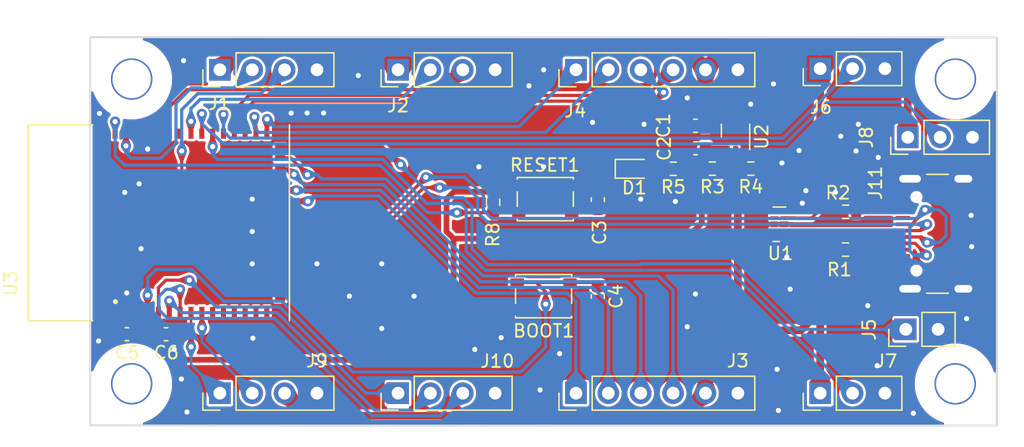
<source format=kicad_pcb>
(kicad_pcb (version 20221018) (generator pcbnew)
  (layers (0 "F.Cu" signal) (31 "B.Cu" signal) (34 "B.Paste" user) (35 "F.Paste" user) (36 "B.SilkS" user "B.Silkscreen") (37 "F.SilkS" user "F.Silkscreen") (38 "B.Mask" user) (39 "F.Mask" user) (44 "Edge.Cuts" user))
  (net 0 "")
  (net 1 "GND")
  (net 2 "+5V")
  (net 3 "+3.3V")
  (net 4 "/ESP32_EN")
  (net 5 "/GPIO0")
  (net 6 "Net-(D1-A)")
  (net 7 "/ULTRA_2_TRIG")
  (net 8 "/ULTRA_2_ECHO")
  (net 9 "/ULTRA_1_TRIG")
  (net 10 "/ULTRA_1_ECHO")
  (net 11 "/M1_IN1")
  (net 12 "/M1_IN2")
  (net 13 "/M1_IN3")
  (net 14 "/M1_IN4")
  (net 15 "/M2_IN1")
  (net 16 "/M2_IN2")
  (net 17 "/M2_IN3")
  (net 18 "/M2_IN4")
  (net 19 "/BUZZ")
  (net 20 "/PIR_1")
  (net 21 "/PIR_2")
  (net 22 "/PIR_3")
  (net 23 "/CAM_D+")
  (net 24 "/CAM_D-")
  (net 25 "/LED_R")
  (net 26 "/LED_G")
  (net 27 "/LED_B")
  (net 28 "/USB_P")
  (net 29 "/USB_N")
  (net 30 "Net-(U2-FB)")
  (net 52 "Net-(J11-CC1)")
  (net 53 "Net-(J11-CC2)")
  (footprint "Connector_PinHeader_2.54mm:PinHeader_1x02_P2.54mm_Vertical" (layer "F.Cu") (at 140.173597 91.506697 90)
    (fp_text reference "J5")
    (fp_text value "Buzzer")
  )
  (footprint "Package_SON:WSON-6-1EP_2x2mm_P0.65mm_EP1x1.6mm" (layer "F.Cu") (at 126.820236 76.396785 90)
    (fp_text reference "U2")
    (fp_text value "TLV75801PDRV")
  )
  (footprint "Button_Switch_SMD:SW_SPST_PTS810" (layer "F.Cu") (at 111.76 88.9 180)
    (fp_text reference "BOOT1")
    (fp_text value "~")
  )
  (footprint "Package_DFN_QFN:Diodes_UDFN-10_1.0x2.5mm_P0.5mm" (layer "F.Cu") (at 130.263026 83.252866 180)
    (fp_text reference "U1")
    (fp_text value "D3V3XA4B10LP")
  )
  (footprint "Resistor_SMD:R_0603_1608Metric" (layer "F.Cu") (at 128.021383 78.883216 180)
    (fp_text reference "R4")
    (fp_text value "200k")
  )
  (footprint "Connector_PinHeader_2.54mm:PinHeader_1x04_P2.54mm_Vertical" (layer "F.Cu") (at 100.34 96.52 90)
    (fp_text reference "J10")
    (fp_text value "RGB_FLASH")
  )
  (footprint "Resistor_SMD:R_0603_1608Metric" (layer "F.Cu") (at 125.000557 78.883216 180)
    (fp_text reference "R3")
    (fp_text value "1M")
  )
  (footprint "Resistor_SMD:R_0603_1608Metric" (layer "F.Cu") (at 135.445 85.241674 180)
    (fp_text reference "R1")
    (fp_text value "5.1k")
  )
  (footprint "ESP32-S3-MINI-1-N8:XCVR_ESP32-S3-MINI-1-N8" (layer "F.Cu") (at 84.094485 83.136503 90)
    (fp_text reference "U3")
    (fp_text value "ESP32-S3-MINI-1-N8")
  )
  (footprint "Connector_PinHeader_2.54mm:PinHeader_1x03_P2.54mm_Vertical" (layer "F.Cu") (at 133.459873 96.52 90)
    (fp_text reference "J7")
    (fp_text value "PI2")
  )
  (footprint "" (layer "F.Cu") (at 144.05366 95.787223)
    (fp_text reference "")
    (fp_text value "")
  )
  (footprint "Connector_PinHeader_2.54mm:PinHeader_1x06_P2.54mm_Vertical" (layer "F.Cu") (at 114.3 96.52 90)
    (fp_text reference "J3")
    (fp_text value "M1")
  )
  (footprint "Resistor_SMD:R_0603_1608Metric" (layer "F.Cu") (at 135.457578 82.271954 180)
    (fp_text reference "R2")
    (fp_text value "5.1k")
  )
  (footprint "Capacitor_SMD:C_0603_1608Metric" (layer "F.Cu") (at 82.137977 91.889319)
    (fp_text reference "C6")
    (fp_text value "10uF")
  )
  (footprint "Capacitor_SMD:C_0603_1608Metric" (layer "F.Cu") (at 116.01303 88.919892 -90)
    (fp_text reference "C4")
    (fp_text value "0.1uF")
  )
  (footprint "Resistor_SMD:R_0603_1608Metric" (layer "F.Cu") (at 121.938818 78.893019 180)
    (fp_text reference "R5")
    (fp_text value "5.1k")
  )
  (footprint "Connector_PinHeader_2.54mm:PinHeader_1x04_P2.54mm_Vertical" (layer "F.Cu") (at 100.34 71.12 90)
    (fp_text reference "J2")
    (fp_text value "ULTRASONIC_1")
  )
  (footprint "Resistor_SMD:R_0603_1608Metric" (layer "F.Cu") (at 107.796277 81.524258 90)
    (fp_text reference "R8")
    (fp_text value "10k")
  )
  (footprint "" (layer "F.Cu") (at 79.441727 71.849264)
    (fp_text reference "")
    (fp_text value "")
  )
  (footprint "Button_Switch_SMD:SW_SPST_PTS810" (layer "F.Cu") (at 111.892808 81.28)
    (fp_text reference "RESET1")
    (fp_text value "~")
  )
  (footprint "Capacitor_SMD:C_0603_1608Metric" (layer "F.Cu") (at 123.680379 75.515957 180)
    (fp_text reference "C1")
    (fp_text value "10uF")
  )
  (footprint "Connector_PinHeader_2.54mm:PinHeader_1x03_P2.54mm_Vertical" (layer "F.Cu") (at 133.459873 71.0286 90)
    (fp_text reference "J6")
    (fp_text value "PI1")
  )
  (footprint "Connector_PinHeader_2.54mm:PinHeader_1x03_P2.54mm_Vertical" (layer "F.Cu") (at 140.331561 76.421149 90)
    (fp_text reference "J8")
    (fp_text value "PI3")
  )
  (footprint "Capacitor_SMD:C_0603_1608Metric" (layer "F.Cu") (at 79.067628 91.887564 180)
    (fp_text reference "C5")
    (fp_text value "0.1uF")
  )
  (footprint "Capacitor_SMD:C_0603_1608Metric" (layer "F.Cu") (at 123.684204 77.284285 180)
    (fp_text reference "C2")
    (fp_text value "10uF")
  )
  (footprint "Connector_PinHeader_2.54mm:PinHeader_1x04_P2.54mm_Vertical" (layer "F.Cu") (at 86.36 71.12 90)
    (fp_text reference "J1")
    (fp_text value "ULTRASONIC_2")
  )
  (footprint "Connector_PinHeader_2.54mm:PinHeader_1x06_P2.54mm_Vertical" (layer "F.Cu") (at 114.3 71.12 90)
    (fp_text reference "J4")
    (fp_text value "M2")
  )
  (footprint "Connector_USB:USB_C_Receptacle_GCT_USB4105-xx-A_16P_TopMnt_Horizontal" (layer "F.Cu") (at 143.620163 84.00133 90)
    (fp_text reference "J11")
    (fp_text value "USB_C_Receptacle_USB2.0_14P")
  )
  (footprint "Connector_PinHeader_2.54mm:PinHeader_1x04_P2.54mm_Vertical" (layer "F.Cu") (at 86.36 96.52 90)
    (fp_text reference "J9")
    (fp_text value "Camera")
  )
  (footprint "" (layer "F.Cu") (at 144.069162 71.849264)
    (fp_text reference "")
    (fp_text value "")
  )
  (footprint "Capacitor_SMD:C_0603_1608Metric" (layer "F.Cu") (at 116.01303 81.31364 90)
    (fp_text reference "C3")
    (fp_text value "0.1uF")
  )
  (footprint "" (layer "F.Cu") (at 79.441727 95.780787)
    (fp_text reference "")
    (fp_text value "")
  )
  (footprint "LED_SMD:LED_0603_1608Metric" (layer "F.Cu") (at 118.866978 78.896844)
    (fp_text reference "D1")
    (fp_text value "LED")
  )
  (gr_line (start 111.76 99.06) (end 147.32 99.06) (stroke (width 0.15)) (layer "Edge.Cuts"))
  (gr_line (start 147.32 68.58) (end 76.2 68.560986) (stroke (width 0.15)) (layer "Edge.Cuts"))
  (gr_line (start 147.32 68.58) (end 147.32 99.06) (stroke (width 0.15)) (layer "Edge.Cuts"))
  (gr_line (start 76.2 68.560986) (end 76.2 99.047057) (stroke (width 0.15)) (layer "Edge.Cuts"))
  (gr_line (start 76.2 99.047057) (end 111.76 99.06) (stroke (width 0.15)) (layer "Edge.Cuts"))
  (via (at 111.76 78.74) (size 0.8) (drill 0.4) (layers "F.Cu" "B.Cu") (net 1))
  (via (at 76.845038 92.417795) (size 0.8) (drill 0.4) (layers "F.Cu" "B.Cu") (net 1))
  (via (at 119.643534 75.401105) (size 0.8) (drill 0.4) (layers "F.Cu" "B.Cu") (net 1))
  (via (at 78.899818 80.751048) (size 0.8) (drill 0.4) (layers "F.Cu" "B.Cu") (net 1))
  (via (at 80.697775 77.343529) (size 0.8) (drill 0.4) (layers "F.Cu" "B.Cu") (net 1))
  (via (at 111.76 71.12) (size 0.8) (drill 0.4) (layers "F.Cu" "B.Cu") (net 1))
  (via (at 140.770128 98.098009) (size 0.8) (drill 0.4) (layers "F.Cu" "B.Cu") (net 1))
  (via (at 123.029687 73.333454) (size 0.8) (drill 0.4) (layers "F.Cu" "B.Cu") (net 1))
  (via (at 108.431291 92.159183) (size 0.8) (drill 0.4) (layers "F.Cu" "B.Cu") (net 1))
  (via (at 130.182155 97.878259) (size 0.8) (drill 0.4) (layers "F.Cu" "B.Cu") (net 1))
  (via (at 106.68 78.74) (size 0.8) (drill 0.4) (layers "F.Cu" "B.Cu") (net 1))
  (via (at 110.614187 72.38011) (size 0.8) (drill 0.4) (layers "F.Cu" "B.Cu") (net 1))
  (via (at 99.06 86.36) (size 0.8) (drill 0.4) (layers "F.Cu" "B.Cu") (net 1))
  (via (at 134.659954 80.740612) (size 0.8) (drill 0.4) (layers "F.Cu" "B.Cu") (net 1))
  (via (at 94.503849 74.512365) (size 0.8) (drill 0.4) (layers "F.Cu" "B.Cu") (net 1))
  (via (at 83.509976 70.402356) (size 0.8) (drill 0.4) (layers "F.Cu" "B.Cu") (net 1))
  (via (at 129.79702 72.23182) (size 0.8) (drill 0.4) (layers "F.Cu" "B.Cu") (net 1))
  (via (at 115.598129 75.251275) (size 0.8) (drill 0.4) (layers "F.Cu" "B.Cu") (net 1))
  (via (at 123.669554 88.728653) (size 0.8) (drill 0.4) (layers "F.Cu" "B.Cu") (net 1))
  (via (at 131.800317 77.461452) (size 0.8) (drill 0.4) (layers "F.Cu" "B.Cu") (net 1))
  (via (at 93.98 86.36) (size 0.8) (drill 0.4) (layers "F.Cu" "B.Cu") (net 1))
  (via (at 122.095768 81.461335) (size 0.8) (drill 0.4) (layers "F.Cu" "B.Cu") (net 1))
  (via (at 88.9 83.82) (size 0.8) (drill 0.4) (layers "F.Cu" "B.Cu") (net 1))
  (via (at 132.339704 80.617866) (size 0.8) (drill 0.4) (layers "F.Cu" "B.Cu") (net 1))
  (via (at 132.060022 81.596754) (size 0.8) (drill 0.4) (layers "F.Cu" "B.Cu") (net 1))
  (via (at 130.082269 94.641935) (size 0.8) (drill 0.4) (layers "F.Cu" "B.Cu") (net 1))
  (via (at 83.340544 95.408824) (size 0.8) (drill 0.4) (layers "F.Cu" "B.Cu") (net 1))
  (via (at 137.93335 94.362253) (size 0.8) (drill 0.4) (layers "F.Cu" "B.Cu") (net 1))
  (via (at 144.945385 90.666451) (size 0.8) (drill 0.4) (layers "F.Cu" "B.Cu") (net 1))
  (via (at 97.219403 71.571029) (size 0.8) (drill 0.4) (layers "F.Cu" "B.Cu") (net 1))
  (via (at 91.955633 74.521244) (size 0.8) (drill 0.4) (layers "F.Cu" "B.Cu") (net 1))
  (via (at 136.275234 77.501407) (size 0.8) (drill 0.4) (layers "F.Cu" "B.Cu") (net 1))
  (via (at 88.948798 92.202592) (size 0.8) (drill 0.4) (layers "F.Cu" "B.Cu") (net 1))
  (via (at 131.101112 88.349084) (size 0.8) (drill 0.4) (layers "F.Cu" "B.Cu") (net 1))
  (via (at 93.207544 74.512365) (size 0.8) (drill 0.4) (layers "F.Cu" "B.Cu") (net 1))
  (via (at 80.178366 85.170008) (size 0.8) (drill 0.4) (layers "F.Cu" "B.Cu") (net 1))
  (via (at 76.915406 74.544765) (size 0.8) (drill 0.4) (layers "F.Cu" "B.Cu") (net 1))
  (via (at 99.06 91.44) (size 0.8) (drill 0.4) (layers "F.Cu" "B.Cu") (net 1))
  (via (at 128.009426 73.818476) (size 0.8) (drill 0.4) (layers "F.Cu" "B.Cu") (net 1))
  (via (at 135.071029 76.337156) (size 0.8) (drill 0.4) (layers "F.Cu" "B.Cu") (net 1))
  (via (at 145.344931 85.012874) (size 0.8) (drill 0.4) (layers "F.Cu" "B.Cu") (net 1))
  (via (at 136.45503 75.403789) (size 0.8) (drill 0.4) (layers "F.Cu" "B.Cu") (net 1))
  (via (at 145.304976 82.555665) (size 0.8) (drill 0.4) (layers "F.Cu" "B.Cu") (net 1))
  (via (at 138.013259 78.000839) (size 0.8) (drill 0.4) (layers "F.Cu" "B.Cu") (net 1))
  (via (at 88.9 86.36) (size 0.8) (drill 0.4) (layers "F.Cu" "B.Cu") (net 1))
  (via (at 106.36364 93.088127) (size 0.8) (drill 0.4) (layers "F.Cu" "B.Cu") (net 1))
  (via (at 123.03028 91.305725) (size 0.8) (drill 0.4) (layers "F.Cu" "B.Cu") (net 1))
  (via (at 96.52 88.9) (size 0.8) (drill 0.4) (layers "F.Cu" "B.Cu") (net 1))
  (via (at 113.016083 93.417753) (size 0.8) (drill 0.4) (layers "F.Cu" "B.Cu") (net 1))
  (via (at 79.055859 88.648743) (size 0.8) (drill 0.4) (layers "F.Cu" "B.Cu") (net 1))
  (via (at 80.028536 80.075794) (size 0.8) (drill 0.4) (layers "F.Cu" "B.Cu") (net 1))
  (via (at 119.38 81.28) (size 0.8) (drill 0.4) (layers "F.Cu" "B.Cu") (net 1))
  (via (at 130.841407 85.831943) (size 0.8) (drill 0.4) (layers "F.Cu" "B.Cu") (net 1))
  (via (at 82.78118 93.06482) (size 0.8) (drill 0.4) (layers "F.Cu" "B.Cu") (net 1))
  (via (at 88.9 81.28) (size 0.8) (drill 0.4) (layers "F.Cu" "B.Cu") (net 1))
  (via (at 101.6 88.9) (size 0.8) (drill 0.4) (layers "F.Cu" "B.Cu") (net 1))
  (via (at 111.487819 96.264519) (size 0.8) (drill 0.4) (layers "F.Cu" "B.Cu") (net 1))
  (via (at 137.19419 89.647609) (size 0.8) (drill 0.4) (layers "F.Cu" "B.Cu") (net 1))
  (via (at 130.461838 78.44034) (size 0.8) (drill 0.4) (layers "F.Cu" "B.Cu") (net 1))
  (via (at 83.77967 98.001005) (size 0.8) (drill 0.4) (layers "F.Cu" "B.Cu") (net 1))
  (segment (start 123.11 69.77) (end 123.11 69.765905) (width 0.6) (layer "F.Cu") (net 2))
  (segment (start 127 81.730258) (end 128.55612 80.174138) (width 0.6) (layer "F.Cu") (net 2))
  (segment (start 133.459873 77.579873) (end 133.459873 76.414713) (width 0.6) (layer "F.Cu") (net 2))
  (segment (start 138.980482 69.361334) (end 140.331561 70.712413) (width 0.6) (layer "F.Cu") (net 2))
  (segment (start 133.459873 87.520127) (end 133.459873 90.060127) (width 0.6) (layer "F.Cu") (net 2))
  (segment (start 122.673837 69.329742) (end 102.130258 69.329742) (width 0.6) (layer "F.Cu") (net 2))
  (segment (start 130.865608 80.174138) (end 133.459873 77.579873) (width 0.6) (layer "F.Cu") (net 2))
  (segment (start 102.130258 69.329742) (end 100.34 71.12) (width 0.6) (layer "F.Cu") (net 2))
  (segment (start 124.46 75.511336) (end 124.455379 75.515957) (width 0.6) (layer "F.Cu") (net 2))
  (segment (start 125.403394 90.06279) (end 124.46 91.006184) (width 0.6) (layer "F.Cu") (net 2))
  (segment (start 139.940163 81.60133) (end 137.48133 81.60133) (width 0.6) (layer "F.Cu") (net 2))
  (segment (start 124.46 71.12) (end 124.46 73.66) (width 0.6) (layer "F.Cu") (net 2))
  (segment (start 134.57867 86.40133) (end 133.459873 87.520127) (width 0.6) (layer "F.Cu") (net 2))
  (segment (start 88.171319 69.308681) (end 86.36 71.12) (width 0.6) (layer "F.Cu") (net 2))
  (segment (start 123.11 69.765905) (end 122.673837 69.329742) (width 0.6) (layer "F.Cu") (net 2))
  (segment (start 126.170236 75.509285) (end 126.170236 75.002043) (width 0.36) (layer "F.Cu") (net 2))
  (segment (start 133.439236 71.0286) (end 133.459873 71.0286) (width 0.6) (layer "F.Cu") (net 2))
  (segment (start 124.46 71.12) (end 126.2447 69.3353) (width 0.6) (layer "F.Cu") (net 2))
  (segment (start 126.170236 75.002043) (end 126.170007 75.001814) (width 0.36) (layer "F.Cu") (net 2))
  (segment (start 133.459873 82.09319) (end 133.459873 77.579873) (width 0.25) (layer "F.Cu") (net 2))
  (segment (start 131.745936 69.3353) (end 133.439236 71.0286) (width 0.6) (layer "F.Cu") (net 2))
  (segment (start 124.46 73.66) (end 125.71435 73.66) (width 0.6) (layer "F.Cu") (net 2))
  (segment (start 139.940163 86.40133) (end 134.57867 86.40133) (width 0.6) (layer "F.Cu") (net 2))
  (segment (start 130.650526 82.752866) (end 131.43 82.752866) (width 0.25) (layer "F.Cu") (net 2))
  (segment (start 124.46 73.66) (end 124.46 75.511336) (width 0.6) (layer "F.Cu") (net 2))
  (segment (start 129.055639 75.509285) (end 128.120236 75.509285) (width 0.6) (layer "F.Cu") (net 2))
  (segment (start 133.459873 71.0286) (end 133.459873 71.105051) (width 0.6) (layer "F.Cu") (net 2))
  (segment (start 125.403394 90.06279) (end 127 88.466184) (width 0.6) (layer "F.Cu") (net 2))
  (segment (start 93.221773 98.301773) (end 91.44 96.52) (width 0.6) (layer "F.Cu") (net 2))
  (segment (start 124.46 71.12) (end 123.11 69.77) (width 0.6) (layer "F.Cu") (net 2))
  (segment (start 132.789641 82.763422) (end 133.459873 82.09319) (width 0.25) (layer "F.Cu") (net 2))
  (segment (start 131.440556 82.763422) (end 132.789641 82.763422) (width 0.25) (layer "F.Cu") (net 2))
  (segment (start 133.459873 71.0286) (end 135.127139 69.361334) (width 0.6) (layer "F.Cu") (net 2))
  (segment (start 133.459873 90.060127) (end 131.938817 91.581183) (width 0.6) (layer "F.Cu") (net 2))
  (segment (start 133.459873 90.060127) (end 133.459873 96.52) (width 0.6) (layer "F.Cu") (net 2))
  (segment (start 125.71435 73.66) (end 126.170236 74.115886) (width 0.6) (layer "F.Cu") (net 2))
  (segment (start 100.34 71.12) (end 100.34 71.090658) (width 0.6) (layer "F.Cu") (net 2))
  (segment (start 131.43 82.752866) (end 131.440556 82.763422) (width 0.25) (layer "F.Cu") (net 2))
  (segment (start 126.170236 74.115886) (end 126.170236 75.001585) (width 0.6) (layer "F.Cu") (net 2))
  (segment (start 126.2447 69.3353) (end 131.745936 69.3353) (width 0.6) (layer "F.Cu") (net 2))
  (segment (start 126.170236 75.001585) (end 126.170007 75.001814) (width 0.6) (layer "F.Cu") (net 2))
  (segment (start 124.46 96.52) (end 122.678227 98.301773) (width 0.6) (layer "F.Cu") (net 2))
  (segment (start 133.459873 76.414713) (end 133.459873 71.0286) (width 0.6) (layer "F.Cu") (net 2))
  (segment (start 127 88.466184) (end 127 81.730258) (width 0.6) (layer "F.Cu") (net 2))
  (segment (start 126.921787 91.581183) (end 125.403394 90.06279) (width 0.6) (layer "F.Cu") (net 2))
  (segment (start 137.48133 81.60133) (end 133.459873 77.579873) (width 0.6) (layer "F.Cu") (net 2))
  (segment (start 140.331561 76.421149) (end 140.292073 76.421149) (width 0.6) (layer "F.Cu") (net 2))
  (segment (start 128.55612 80.174138) (end 130.865608 80.174138) (width 0.6) (layer "F.Cu") (net 2))
  (segment (start 131.938817 91.581183) (end 126.921787 91.581183) (width 0.6) (layer "F.Cu") (net 2))
  (segment (start 135.127139 69.361334) (end 138.980482 69.361334) (width 0.6) (layer "F.Cu") (net 2))
  (segment (start 124.46 91.006184) (end 124.46 96.52) (width 0.6) (layer "F.Cu") (net 2))
  (segment (start 122.678227 98.301773) (end 93.221773 98.301773) (width 0.6) (layer "F.Cu") (net 2))
  (segment (start 127.470236 75.509285) (end 128.120236 75.509285) (width 0.4) (layer "F.Cu") (net 2))
  (segment (start 133.459873 71.105051) (end 129.055639 75.509285) (width 0.6) (layer "F.Cu") (net 2))
  (segment (start 98.558023 69.308681) (end 88.171319 69.308681) (width 0.6) (layer "F.Cu") (net 2))
  (segment (start 140.331561 70.712413) (end 140.331561 76.421149) (width 0.6) (layer "F.Cu") (net 2))
  (segment (start 100.34 71.090658) (end 98.558023 69.308681) (width 0.6) (layer "F.Cu") (net 2))
  (segment (start 104.699309 92.005158) (end 102.808421 93.896046) (width 0.45) (layer "F.Cu") (net 3))
  (segment (start 124.175557 78.883216) (end 124.175557 83.147299) (width 0.45) (layer "F.Cu") (net 3))
  (segment (start 104.14 81.28) (end 104.720742 80.699258) (width 0.45) (layer "F.Cu") (net 3))
  (segment (start 81.362977 91.889319) (end 79.844383 91.889319) (width 0.45) (layer "F.Cu") (net 3))
  (segment (start 79.844485 91.885707) (end 79.842628 91.887564) (width 0.36) (layer "F.Cu") (net 3))
  (segment (start 122.773621 78.883216) (end 122.763818 78.893019) (width 0.36) (layer "F.Cu") (net 3))
  (segment (start 104.720742 80.699258) (end 107.796277 80.699258) (width 0.45) (layer "F.Cu") (net 3))
  (segment (start 81.362977 92.89371) (end 81.362977 91.889319) (width 0.45) (layer "F.Cu") (net 3))
  (segment (start 126.170236 77.284285) (end 124.459204 77.284285) (width 0.4) (layer "F.Cu") (net 3))
  (segment (start 104.14 83.82) (end 104.14 81.28) (width 0.45) (layer "F.Cu") (net 3))
  (segment (start 104.699309 84.379309) (end 104.699309 92.005158) (width 0.45) (layer "F.Cu") (net 3))
  (segment (start 104.699309 84.379309) (end 104.14 83.82) (width 0.45) (layer "F.Cu") (net 3))
  (segment (start 79.844383 91.889319) (end 79.842628 91.887564) (width 0.45) (layer "F.Cu") (net 3))
  (segment (start 82.365313 93.896046) (end 81.362977 92.89371) (width 0.45) (layer "F.Cu") (net 3))
  (segment (start 79.844485 90.136503) (end 79.844485 91.885707) (width 0.4) (layer "F.Cu") (net 3))
  (segment (start 122.943547 84.379309) (end 104.699309 84.379309) (width 0.45) (layer "F.Cu") (net 3))
  (segment (start 124.175557 78.883216) (end 124.175557 77.567932) (width 0.4) (layer "F.Cu") (net 3))
  (segment (start 124.175557 78.883216) (end 122.773621 78.883216) (width 0.36) (layer "F.Cu") (net 3))
  (segment (start 124.175557 83.147299) (end 122.943547 84.379309) (width 0.45) (layer "F.Cu") (net 3))
  (segment (start 124.175557 77.567932) (end 124.459204 77.284285) (width 0.36) (layer "F.Cu") (net 3))
  (segment (start 102.808421 93.896046) (end 82.365313 93.896046) (width 0.45) (layer "F.Cu") (net 3))
  (segment (start 78.144485 76.136503) (end 78.144485 75.189537) (width 0.25) (layer "F.Cu") (net 4))
  (segment (start 104.9645 82.341575) (end 107.788594 82.341575) (width 0.25) (layer "F.Cu") (net 4))
  (segment (start 115.74667 82.355) (end 116.01303 82.08864) (width 0.25) (layer "F.Cu") (net 4))
  (segment (start 109.817808 82.355) (end 113.967808 82.355) (width 0.25) (layer "F.Cu") (net 4))
  (segment (start 107.788594 82.341575) (end 107.796277 82.349258) (width 0.25) (layer "F.Cu") (net 4))
  (segment (start 107.802019 82.355) (end 107.796277 82.349258) (width 0.25) (layer "F.Cu") (net 4))
  (segment (start 109.817808 82.355) (end 107.802019 82.355) (width 0.25) (layer "F.Cu") (net 4))
  (segment (start 113.967808 82.355) (end 115.74667 82.355) (width 0.25) (layer "F.Cu") (net 4))
  (segment (start 78.144991 75.189031) (end 78.144485 75.189537) (width 0.25) (layer "F.Cu") (net 4))
  (via (at 78.144485 75.189537) (size 0.8) (drill 0.4) (layers "F.Cu" "B.Cu") (net 4))
  (via (at 104.9645 82.341575) (size 0.8) (drill 0.4) (layers "F.Cu" "B.Cu") (net 4))
  (segment (start 104.9645 82.341575) (end 102.667159 82.341575) (width 0.25) (layer "B.Cu") (net 4))
  (segment (start 78.144485 77.873252) (end 78.144485 75.189537) (width 0.25) (layer "B.Cu") (net 4))
  (segment (start 98.932401 78.606817) (end 78.87805 78.606817) (width 0.25) (layer "B.Cu") (net 4))
  (segment (start 78.87805 78.606817) (end 78.144485 77.873252) (width 0.25) (layer "B.Cu") (net 4))
  (segment (start 102.667159 82.341575) (end 98.932401 78.606817) (width 0.25) (layer "B.Cu") (net 4))
  (segment (start 113.835 87.825) (end 115.693138 87.825) (width 0.25) (layer "F.Cu") (net 5))
  (segment (start 115.693138 87.825) (end 116.01303 88.144892) (width 0.25) (layer "F.Cu") (net 5))
  (segment (start 111.925526 88.568313) (end 111.182213 87.825) (width 0.25) (layer "F.Cu") (net 5))
  (segment (start 109.685 87.825) (end 113.835 87.825) (width 0.25) (layer "F.Cu") (net 5))
  (segment (start 111.925526 89.523267) (end 111.925526 88.568313) (width 0.25) (layer "F.Cu") (net 5))
  (segment (start 80.694485 90.136503) (end 80.694485 88.820753) (width 0.25) (layer "F.Cu") (net 5))
  (segment (start 111.182213 87.825) (end 109.685 87.825) (width 0.25) (layer "F.Cu") (net 5))
  (via (at 80.694485 88.820753) (size 0.8) (drill 0.4) (layers "F.Cu" "B.Cu") (net 5))
  (via (at 111.925526 89.523267) (size 0.8) (drill 0.4) (layers "F.Cu" "B.Cu") (net 5))
  (segment (start 109.96775 94.857208) (end 111.925526 92.899432) (width 0.25) (layer "B.Cu") (net 5))
  (segment (start 91.224802 89.298524) (end 96.783486 94.857208) (width 0.25) (layer "B.Cu") (net 5))
  (segment (start 111.925526 92.899432) (end 111.925526 89.523267) (width 0.25) (layer "B.Cu") (net 5))
  (segment (start 80.70354 87.453417) (end 81.351693 86.805264) (width 0.25) (layer "B.Cu") (net 5))
  (segment (start 80.70354 88.811698) (end 80.70354 87.453417) (width 0.25) (layer "B.Cu") (net 5))
  (segment (start 84.153229 86.805264) (end 86.646489 89.298524) (width 0.25) (layer "B.Cu") (net 5))
  (segment (start 96.783486 94.857208) (end 109.96775 94.857208) (width 0.25) (layer "B.Cu") (net 5))
  (segment (start 81.351693 86.805264) (end 84.153229 86.805264) (width 0.25) (layer "B.Cu") (net 5))
  (segment (start 80.694485 88.820753) (end 80.70354 88.811698) (width 0.25) (layer "B.Cu") (net 5))
  (segment (start 86.646489 89.298524) (end 91.224802 89.298524) (width 0.25) (layer "B.Cu") (net 5))
  (segment (start 119.658303 78.893019) (end 119.654478 78.896844) (width 0.25) (layer "F.Cu") (net 6))
  (segment (start 121.113818 78.893019) (end 119.658303 78.893019) (width 0.25) (layer "F.Cu") (net 6))
  (segment (start 78.994485 76.136503) (end 78.994485 77.098637) (width 0.25) (layer "F.Cu") (net 7))
  (segment (start 78.994485 77.098637) (end 78.994484 77.098638) (width 0.25) (layer "F.Cu") (net 7))
  (via (at 78.994484 77.098638) (size 0.8) (drill 0.4) (layers "F.Cu" "B.Cu") (net 7))
  (segment (start 82.916463 73.749336) (end 84.124529 72.54127) (width 0.25) (layer "B.Cu") (net 7))
  (segment (start 78.994484 77.098638) (end 78.994484 77.67088) (width 0.25) (layer "B.Cu") (net 7))
  (segment (start 78.994484 77.67088) (end 79.391633 78.068029) (width 0.25) (layer "B.Cu") (net 7))
  (segment (start 87.47873 72.54127) (end 88.9 71.12) (width 0.25) (layer "B.Cu") (net 7))
  (segment (start 82.916463 76.900524) (end 82.916463 73.749336) (width 0.25) (layer "B.Cu") (net 7))
  (segment (start 81.748958 78.068029) (end 82.916463 76.900524) (width 0.25) (layer "B.Cu") (net 7))
  (segment (start 79.391633 78.068029) (end 81.748958 78.068029) (width 0.25) (layer "B.Cu") (net 7))
  (segment (start 84.124529 72.54127) (end 87.47873 72.54127) (width 0.25) (layer "B.Cu") (net 7))
  (segment (start 83.67068 79.736503) (end 91.094485 79.736503) (width 0.25) (layer "F.Cu") (net 8))
  (segment (start 83.369217 77.496967) (end 83.369217 79.43504) (width 0.25) (layer "F.Cu") (net 8))
  (segment (start 83.369217 79.43504) (end 83.67068 79.736503) (width 0.25) (layer "F.Cu") (net 8))
  (via (at 83.369217 77.496967) (size 0.8) (drill 0.4) (layers "F.Cu" "B.Cu") (net 8))
  (segment (start 89.56873 72.99127) (end 91.44 71.12) (width 0.25) (layer "B.Cu") (net 8))
  (segment (start 83.366463 77.334585) (end 83.366463 74.254362) (width 0.25) (layer "B.Cu") (net 8))
  (segment (start 83.366463 74.254362) (end 84.629555 72.99127) (width 0.25) (layer "B.Cu") (net 8))
  (segment (start 83.369217 77.337339) (end 83.366463 77.334585) (width 0.25) (layer "B.Cu") (net 8))
  (segment (start 84.629555 72.99127) (end 89.56873 72.99127) (width 0.25) (layer "B.Cu") (net 8))
  (segment (start 83.369217 77.496967) (end 83.369217 77.337339) (width 0.25) (layer "B.Cu") (net 8))
  (segment (start 84.094485 76.136503) (end 84.094485 75.135888) (width 0.25) (layer "F.Cu") (net 9))
  (segment (start 84.091463 75.132866) (end 84.091463 75.167883) (width 0.25) (layer "F.Cu") (net 9))
  (segment (start 84.094485 75.135888) (end 84.091463 75.132866) (width 0.25) (layer "F.Cu") (net 9))
  (via (at 84.091463 75.167883) (size 0.8) (drill 0.4) (layers "F.Cu" "B.Cu") (net 9))
  (segment (start 84.815951 73.44127) (end 100.55873 73.44127) (width 0.25) (layer "B.Cu") (net 9))
  (segment (start 84.091463 74.165758) (end 84.815951 73.44127) (width 0.25) (layer "B.Cu") (net 9))
  (segment (start 84.091463 75.167883) (end 84.091463 74.165758) (width 0.25) (layer "B.Cu") (net 9))
  (segment (start 100.55873 73.44127) (end 102.88 71.12) (width 0.25) (layer "B.Cu") (net 9))
  (segment (start 81.544485 74.89968) (end 81.544485 76.136503) (width 0.25) (layer "F.Cu") (net 10))
  (segment (start 105.42 71.12) (end 103.858888 72.681112) (width 0.25) (layer "F.Cu") (net 10))
  (segment (start 83.763053 72.681112) (end 81.544485 74.89968) (width 0.25) (layer "F.Cu") (net 10))
  (segment (start 103.858888 72.681112) (end 83.763053 72.681112) (width 0.25) (layer "F.Cu") (net 10))
  (segment (start 93.254994 81.436503) (end 91.094485 81.436503) (width 0.25) (layer "F.Cu") (net 11))
  (segment (start 93.266832 81.448341) (end 93.254994 81.436503) (width 0.25) (layer "F.Cu") (net 11))
  (via (at 93.266832 81.448341) (size 0.8) (drill 0.4) (layers "F.Cu" "B.Cu") (net 11))
  (segment (start 106.447378 88.667378) (end 98.814137 81.034137) (width 0.25) (layer "B.Cu") (net 11))
  (segment (start 114.3 96.52) (end 114.3 89.343923) (width 0.25) (layer "B.Cu") (net 11))
  (segment (start 113.623455 88.667378) (end 106.447378 88.667378) (width 0.25) (layer "B.Cu") (net 11))
  (segment (start 98.814137 81.034137) (end 93.724997 81.034137) (width 0.25) (layer "B.Cu") (net 11))
  (segment (start 93.724997 81.034137) (end 93.285986 81.473148) (width 0.25) (layer "B.Cu") (net 11))
  (segment (start 114.3 89.343923) (end 113.623455 88.667378) (width 0.25) (layer "B.Cu") (net 11))
  (segment (start 91.094485 80.586503) (end 92.358828 80.586503) (width 0.25) (layer "F.Cu") (net 12))
  (segment (start 92.358828 80.586503) (end 92.361194 80.584137) (width 0.25) (layer "F.Cu") (net 12))
  (via (at 92.361194 80.584137) (size 0.8) (drill 0.4) (layers "F.Cu" "B.Cu") (net 12))
  (segment (start 116.84 89.44227) (end 115.615108 88.217378) (width 0.25) (layer "B.Cu") (net 12))
  (segment (start 106.633774 88.217378) (end 99.000533 80.584137) (width 0.25) (layer "B.Cu") (net 12))
  (segment (start 116.84 96.52) (end 116.84 89.44227) (width 0.25) (layer "B.Cu") (net 12))
  (segment (start 115.615108 88.217378) (end 106.633774 88.217378) (width 0.25) (layer "B.Cu") (net 12))
  (segment (start 99.000533 80.584137) (end 92.361194 80.584137) (width 0.25) (layer "B.Cu") (net 12))
  (segment (start 92.183618 79.335186) (end 91.734935 78.886503) (width 0.25) (layer "F.Cu") (net 13))
  (segment (start 91.734935 78.886503) (end 91.094485 78.886503) (width 0.25) (layer "F.Cu") (net 13))
  (via (at 92.183618 79.335186) (size 0.8) (drill 0.4) (layers "F.Cu" "B.Cu") (net 13))
  (segment (start 92.982569 80.134137) (end 99.186929 80.134137) (width 0.25) (layer "B.Cu") (net 13))
  (segment (start 99.186929 80.134137) (end 106.82017 87.767378) (width 0.25) (layer "B.Cu") (net 13))
  (segment (start 119.38 88.852491) (end 119.38 96.52) (width 0.25) (layer "B.Cu") (net 13))
  (segment (start 118.294887 87.767378) (end 119.38 88.852491) (width 0.25) (layer "B.Cu") (net 13))
  (segment (start 106.82017 87.767378) (end 118.294887 87.767378) (width 0.25) (layer "B.Cu") (net 13))
  (segment (start 92.183618 79.335186) (end 92.982569 80.134137) (width 0.25) (layer "B.Cu") (net 13))
  (segment (start 93.23147 79.358439) (end 91.909534 78.036503) (width 0.25) (layer "F.Cu") (net 14))
  (segment (start 91.909534 78.036503) (end 91.094485 78.036503) (width 0.25) (layer "F.Cu") (net 14))
  (via (at 93.23147 79.358439) (size 0.8) (drill 0.4) (layers "F.Cu" "B.Cu") (net 14))
  (segment (start 120.78821 87.317378) (end 121.92 88.449168) (width 0.25) (layer "B.Cu") (net 14))
  (segment (start 94.012438 79.358439) (end 94.338136 79.684137) (width 0.25) (layer "B.Cu") (net 14))
  (segment (start 107.006566 87.317378) (end 120.78821 87.317378) (width 0.25) (layer "B.Cu") (net 14))
  (segment (start 99.373325 79.684137) (end 107.006566 87.317378) (width 0.25) (layer "B.Cu") (net 14))
  (segment (start 94.338136 79.684137) (end 99.373325 79.684137) (width 0.25) (layer "B.Cu") (net 14))
  (segment (start 121.92 88.449168) (end 121.92 96.52) (width 0.25) (layer "B.Cu") (net 14))
  (segment (start 93.23147 79.358439) (end 94.012438 79.358439) (width 0.25) (layer "B.Cu") (net 14))
  (segment (start 90.061763 76.119225) (end 90.044485 76.136503) (width 0.25) (layer "F.Cu") (net 15))
  (segment (start 90.061763 74.987148) (end 90.061763 76.119225) (width 0.25) (layer "F.Cu") (net 15))
  (via (at 90.061763 74.987148) (size 0.8) (drill 0.4) (layers "F.Cu" "B.Cu") (net 15))
  (segment (start 90.660893 75.586278) (end 109.833722 75.586278) (width 0.25) (layer "B.Cu") (net 15))
  (segment (start 90.061763 74.987148) (end 90.660893 75.586278) (width 0.25) (layer "B.Cu") (net 15))
  (segment (start 109.833722 75.586278) (end 114.3 71.12) (width 0.25) (layer "B.Cu") (net 15))
  (segment (start 89.19596 75.566645) (end 89.19596 76.135028) (width 0.25) (layer "F.Cu") (net 16))
  (segment (start 89.076416 74.819528) (end 89.194485 74.937597) (width 0.25) (layer "F.Cu") (net 16))
  (segment (start 89.076416 75.447101) (end 89.19596 75.566645) (width 0.25) (layer "F.Cu") (net 16))
  (segment (start 89.19596 76.135028) (end 89.194485 76.136503) (width 0.25) (layer "F.Cu") (net 16))
  (segment (start 89.076416 74.819528) (end 89.076416 75.447101) (width 0.25) (layer "F.Cu") (net 16))
  (via (at 89.076416 74.819528) (size 0.8) (drill 0.4) (layers "F.Cu" "B.Cu") (net 16))
  (segment (start 89.076416 75.711006) (end 89.076416 74.819528) (width 0.25) (layer "B.Cu") (net 16))
  (segment (start 116.84 71.12) (end 111.923722 76.036278) (width 0.25) (layer "B.Cu") (net 16))
  (segment (start 111.923722 76.036278) (end 89.401688 76.036278) (width 0.25) (layer "B.Cu") (net 16))
  (segment (start 89.401688 76.036278) (end 89.076416 75.711006) (width 0.25) (layer "B.Cu") (net 16))
  (segment (start 120.483486 73.581112) (end 89.028383 73.581112) (width 0.25) (layer "F.Cu") (net 17))
  (segment (start 89.028383 73.581112) (end 88.344485 74.26501) (width 0.25) (layer "F.Cu") (net 17))
  (segment (start 121.173123 72.891475) (end 120.483486 73.581112) (width 0.25) (layer "F.Cu") (net 17))
  (segment (start 88.344485 74.26501) (end 88.344485 76.136503) (width 0.25) (layer "F.Cu") (net 17))
  (via (at 121.173123 72.891475) (size 0.8) (drill 0.4) (layers "F.Cu" "B.Cu") (net 17))
  (segment (start 121.151475 72.891475) (end 119.38 71.12) (width 0.25) (layer "B.Cu") (net 17))
  (segment (start 121.173123 72.891475) (end 121.151475 72.891475) (width 0.25) (layer "B.Cu") (net 17))
  (segment (start 88.641521 73.131112) (end 87.494485 74.278148) (width 0.25) (layer "F.Cu") (net 18))
  (segment (start 121.92 71.12) (end 119.908888 73.131112) (width 0.25) (layer "F.Cu") (net 18))
  (segment (start 87.494485 74.278148) (end 87.494485 76.136503) (width 0.25) (layer "F.Cu") (net 18))
  (segment (start 119.908888 73.131112) (end 88.641521 73.131112) (width 0.25) (layer "F.Cu") (net 18))
  (segment (start 99.133759 77.186503) (end 100.277273 78.330017) (width 0.25) (layer "F.Cu") (net 19))
  (segment (start 91.094485 77.186503) (end 99.133759 77.186503) (width 0.25) (layer "F.Cu") (net 19))
  (segment (start 100.277273 78.330017) (end 100.503999 78.556743) (width 0.25) (layer "F.Cu") (net 19))
  (segment (start 100.503999 78.556743) (end 100.543321 78.556743) (width 0.25) (layer "F.Cu") (net 19))
  (via (at 100.543321 78.556743) (size 0.8) (drill 0.4) (layers "F.Cu" "B.Cu") (net 19))
  (segment (start 119.38 86.36) (end 119.322622 86.417378) (width 0.25) (layer "B.Cu") (net 19))
  (segment (start 129.761913 89.645644) (end 126.476269 86.36) (width 0.25) (layer "B.Cu") (net 19))
  (segment (start 106.1395 85.17752) (end 106.1395 81.854874) (width 0.25) (layer "B.Cu") (net 19))
  (segment (start 100.543321 78.60208) (end 100.543321 78.556743) (width 0.25) (layer "B.Cu") (net 19))
  (segment (start 126.476269 86.36) (end 119.38 86.36) (width 0.25) (layer "B.Cu") (net 19))
  (segment (start 106.1395 81.854874) (end 105.451201 81.166575) (width 0.25) (layer "B.Cu") (net 19))
  (segment (start 103.107816 81.166575) (end 100.543321 78.60208) (width 0.25) (layer "B.Cu") (net 19))
  (segment (start 119.322622 86.417378) (end 109.22 86.417378) (width 0.25) (layer "B.Cu") (net 19))
  (segment (start 107.379358 86.417378) (end 106.1395 85.17752) (width 0.25) (layer "B.Cu") (net 19))
  (segment (start 131.622966 91.506697) (end 129.761913 89.645644) (width 0.25) (layer "B.Cu") (net 19))
  (segment (start 105.451201 81.166575) (end 103.107816 81.166575) (width 0.25) (layer "B.Cu") (net 19))
  (segment (start 140.173597 91.506697) (end 131.622966 91.506697) (width 0.25) (layer "B.Cu") (net 19))
  (segment (start 109.22 86.417378) (end 107.379358 86.417378) (width 0.25) (layer "B.Cu") (net 19))
  (segment (start 86.644485 74.625856) (end 86.644121 74.625492) (width 0.25) (layer "F.Cu") (net 20))
  (segment (start 86.644485 76.136503) (end 86.644485 74.625856) (width 0.25) (layer "F.Cu") (net 20))
  (via (at 86.644121 74.625492) (size 0.8) (drill 0.4) (layers "F.Cu" "B.Cu") (net 20))
  (segment (start 87.17473 76.486278) (end 86.644121 75.955669) (width 0.25) (layer "B.Cu") (net 20))
  (segment (start 135.999873 71.0286) (end 130.542195 76.486278) (width 0.25) (layer "B.Cu") (net 20))
  (segment (start 86.644121 75.955669) (end 86.644121 74.625492) (width 0.25) (layer "B.Cu") (net 20))
  (segment (start 130.542195 76.486278) (end 87.17473 76.486278) (width 0.25) (layer "B.Cu") (net 20))
  (segment (start 85.794485 76.136503) (end 85.794485 77.149801) (width 0.25) (layer "F.Cu") (net 21))
  (segment (start 85.794485 77.149801) (end 85.797675 77.152991) (width 0.25) (layer "F.Cu") (net 21))
  (via (at 85.797675 77.152991) (size 0.8) (drill 0.4) (layers "F.Cu" "B.Cu") (net 21))
  (segment (start 107.192962 86.867378) (end 105.6895 85.363916) (width 0.25) (layer "B.Cu") (net 21))
  (segment (start 105.6895 85.363916) (end 105.6895 82.04127) (width 0.25) (layer "B.Cu") (net 21))
  (segment (start 135.999873 96.52) (end 126.347251 86.867378) (width 0.25) (layer "B.Cu") (net 21))
  (segment (start 102.578555 81.616575) (end 99.118797 78.156817) (width 0.25) (layer "B.Cu") (net 21))
  (segment (start 85.797675 77.806555) (end 85.797675 77.152991) (width 0.25) (layer "B.Cu") (net 21))
  (segment (start 126.347251 86.867378) (end 107.192962 86.867378) (width 0.25) (layer "B.Cu") (net 21))
  (segment (start 105.6895 82.04127) (end 105.264805 81.616575) (width 0.25) (layer "B.Cu") (net 21))
  (segment (start 86.147937 78.156817) (end 85.797675 77.806555) (width 0.25) (layer "B.Cu") (net 21))
  (segment (start 99.118797 78.156817) (end 86.147937 78.156817) (width 0.25) (layer "B.Cu") (net 21))
  (segment (start 105.264805 81.616575) (end 102.578555 81.616575) (width 0.25) (layer "B.Cu") (net 21))
  (segment (start 84.944485 74.587179) (end 84.947607 74.584057) (width 0.25) (layer "F.Cu") (net 22))
  (segment (start 84.944485 76.136503) (end 84.944485 74.587179) (width 0.25) (layer "F.Cu") (net 22))
  (via (at 84.947607 74.584057) (size 0.8) (drill 0.4) (layers "F.Cu" "B.Cu") (net 22))
  (segment (start 86.606267 76.936278) (end 130.728591 76.936278) (width 0.25) (layer "B.Cu") (net 22))
  (segment (start 84.947607 75.337044) (end 85.695138 76.084575) (width 0.25) (layer "B.Cu") (net 22))
  (segment (start 85.754564 76.084575) (end 86.606267 76.936278) (width 0.25) (layer "B.Cu") (net 22))
  (segment (start 134.011976 73.652893) (end 140.103305 73.652893) (width 0.25) (layer "B.Cu") (net 22))
  (segment (start 85.695138 76.084575) (end 85.754564 76.084575) (width 0.25) (layer "B.Cu") (net 22))
  (segment (start 130.728591 76.936278) (end 134.011976 73.652893) (width 0.25) (layer "B.Cu") (net 22))
  (segment (start 84.947607 74.584057) (end 84.947607 75.337044) (width 0.25) (layer "B.Cu") (net 22))
  (segment (start 140.103305 73.652893) (end 142.871561 76.421149) (width 0.25) (layer "B.Cu") (net 22))
  (segment (start 84.094485 92.88137) (end 84.094485 90.136503) (width 0.2) (layer "F.Cu") (net 23))
  (segment (start 84.097898 92.884783) (end 84.094485 92.88137) (width 0.2) (layer "F.Cu") (net 23))
  (via (at 84.097898 92.884783) (size 0.8) (drill 0.4) (layers "F.Cu" "B.Cu") (net 23))
  (segment (start 84.097898 94.257898) (end 86.36 96.52) (width 0.2) (layer "B.Cu") (net 23))
  (segment (start 84.097898 92.884783) (end 84.097898 94.257898) (width 0.2) (layer "B.Cu") (net 23))
  (segment (start 84.958709 91.382372) (end 84.958709 90.150727) (width 0.2) (layer "F.Cu") (net 24))
  (segment (start 84.958709 90.150727) (end 84.944485 90.136503) (width 0.2) (layer "F.Cu") (net 24))
  (via (at 84.958709 91.382372) (size 0.8) (drill 0.4) (layers "F.Cu" "B.Cu") (net 24))
  (segment (start 88.9 96.465298) (end 88.9 96.52) (width 0.2) (layer "B.Cu") (net 24))
  (segment (start 84.954413 92.519711) (end 88.9 96.465298) (width 0.2) (layer "B.Cu") (net 24))
  (segment (start 84.954413 91.386668) (end 84.954413 92.519711) (width 0.2) (layer "B.Cu") (net 24))
  (segment (start 84.958709 91.382372) (end 84.954413 91.386668) (width 0.2) (layer "B.Cu") (net 24))
  (segment (start 81.544485 88.223638) (end 82.125692 87.642431) (width 0.25) (layer "F.Cu") (net 25))
  (segment (start 81.544485 90.136503) (end 81.544485 88.223638) (width 0.25) (layer "F.Cu") (net 25))
  (segment (start 82.125692 87.642431) (end 83.965091 87.642431) (width 0.25) (layer "F.Cu") (net 25))
  (via (at 83.965091 87.642431) (size 0.8) (drill 0.4) (layers "F.Cu" "B.Cu") (net 25))
  (segment (start 86.071184 89.748524) (end 83.965091 87.642431) (width 0.25) (layer "B.Cu") (net 25))
  (segment (start 91.038406 89.748524) (end 86.071184 89.748524) (width 0.25) (layer "B.Cu") (net 25))
  (segment (start 100.34 96.52) (end 97.809882 96.52) (width 0.25) (layer "B.Cu") (net 25))
  (segment (start 97.809882 96.52) (end 91.038406 89.748524) (width 0.25) (layer "B.Cu") (net 25))
  (segment (start 82.394485 89.255152) (end 82.394485 90.136503) (width 0.25) (layer "F.Cu") (net 26))
  (via (at 82.394485 89.255152) (size 0.8) (drill 0.4) (layers "F.Cu" "B.Cu") (net 26))
  (segment (start 101.550167 97.849833) (end 102.88 96.52) (width 0.25) (layer "B.Cu") (net 26))
  (segment (start 82.394485 89.255152) (end 83.337857 90.198524) (width 0.25) (layer "B.Cu") (net 26))
  (segment (start 83.337857 90.198524) (end 90.85201 90.198524) (width 0.25) (layer "B.Cu") (net 26))
  (segment (start 98.503319 97.849833) (end 101.550167 97.849833) (width 0.25) (layer "B.Cu") (net 26))
  (segment (start 90.85201 90.198524) (end 98.503319 97.849833) (width 0.25) (layer "B.Cu") (net 26))
  (segment (start 83.238261 88.365181) (end 83.238261 88.366931) (width 0.25) (layer "F.Cu") (net 27))
  (segment (start 83.244485 90.136503) (end 83.244485 88.371405) (width 0.25) (layer "F.Cu") (net 27))
  (segment (start 83.244485 88.371405) (end 83.238261 88.365181) (width 0.25) (layer "F.Cu") (net 27))
  (via (at 83.238261 88.366931) (size 0.8) (drill 0.4) (layers "F.Cu" "B.Cu") (net 27))
  (segment (start 82.25673 90.648524) (end 81.582541 89.974335) (width 0.25) (layer "B.Cu") (net 27))
  (segment (start 103.640167 98.299833) (end 98.299833 98.299833) (width 0.25) (layer "B.Cu") (net 27))
  (segment (start 82.133367 88.366931) (end 83.238261 88.366931) (width 0.25) (layer "B.Cu") (net 27))
  (segment (start 81.582541 89.974335) (end 81.582541 88.917757) (width 0.25) (layer "B.Cu") (net 27))
  (segment (start 90.648524 90.648524) (end 82.25673 90.648524) (width 0.25) (layer "B.Cu") (net 27))
  (segment (start 98.299833 98.299833) (end 90.648524 90.648524) (width 0.25) (layer "B.Cu") (net 27))
  (segment (start 81.582541 88.917757) (end 82.133367 88.366931) (width 0.25) (layer "B.Cu") (net 27))
  (segment (start 105.42 96.52) (end 103.640167 98.299833) (width 0.25) (layer "B.Cu") (net 27))
  (segment (start 92.351556 82.475678) (end 92.162381 82.286503) (width 0.25) (layer "F.Cu") (net 28))
  (segment (start 102.523395 79.556849) (end 102.523395 79.565728) (width 0.25) (layer "F.Cu") (net 28))
  (segment (start 92.162381 82.286503) (end 91.094485 82.286503) (width 0.25) (layer "F.Cu") (net 28))
  (segment (start 141.401184 84.25133) (end 139.940163 84.25133) (width 0.25) (layer "F.Cu") (net 28))
  (segment (start 99.613445 82.475678) (end 92.351556 82.475678) (width 0.25) (layer "F.Cu") (net 28))
  (segment (start 140.642241 83.25133) (end 141.681276 82.212295) (width 0.25) (layer "F.Cu") (net 28))
  (segment (start 141.84041 84.690556) (end 141.401184 84.25133) (width 0.25) (layer "F.Cu") (net 28))
  (segment (start 141.681276 82.212295) (end 141.681276 82.117627) (width 0.25) (layer "F.Cu") (net 28))
  (segment (start 141.681276 82.117627) (end 141.681276 82.11633) (width 0.2) (layer "F.Cu") (net 28))
  (segment (start 102.523395 79.565728) (end 99.613445 82.475678) (width 0.25) (layer "F.Cu") (net 28))
  (segment (start 139.940163 83.25133) (end 140.642241 83.25133) (width 0.25) (layer "F.Cu") (net 28))
  (segment (start 130.652062 84.25133) (end 130.650526 84.252866) (width 0.2) (layer "F.Cu") (net 28))
  (segment (start 139.940163 84.25133) (end 130.652062 84.25133) (width 0.2) (layer "F.Cu") (net 28))
  (via (at 141.681276 82.11633) (size 0.8) (drill 0.4) (layers "F.Cu" "B.Cu") (net 28))
  (via (at 141.84041 84.690556) (size 0.8) (drill 0.4) (layers "F.Cu" "B.Cu") (net 28))
  (via (at 102.523395 79.556849) (size 0.8) (drill 0.4) (layers "F.Cu" "B.Cu") (net 28))
  (segment (start 141.716423 82.106969) (end 142.785853 82.106969) (width 0.25) (layer "B.Cu") (net 28))
  (segment (start 143.347502 82.668618) (end 143.347502 84.147628) (width 0.25) (layer "B.Cu") (net 28))
  (segment (start 143.347502 84.147628) (end 142.804574 84.690556) (width 0.25) (layer "B.Cu") (net 28))
  (segment (start 140.998617 82.798989) (end 141.681276 82.11633) (width 0.25) (layer "B.Cu") (net 28))
  (segment (start 107.0395 82.141965) (end 107.696524 82.798989) (width 0.25) (layer "B.Cu") (net 28))
  (segment (start 142.785853 82.106969) (end 143.347502 82.668618) (width 0.25) (layer "B.Cu") (net 28))
  (segment (start 102.523395 79.556849) (end 102.702337 79.377907) (width 0.2) (layer "B.Cu") (net 28))
  (segment (start 107.0395 81.003104) (end 107.0395 82.141965) (width 0.25) (layer "B.Cu") (net 28))
  (segment (start 141.707062 82.11633) (end 141.716423 82.106969) (width 0.2) (layer "B.Cu") (net 28))
  (segment (start 102.523395 79.556849) (end 105.593245 79.556849) (width 0.25) (layer "B.Cu") (net 28))
  (segment (start 141.681276 82.11633) (end 141.707062 82.11633) (width 0.2) (layer "B.Cu") (net 28))
  (segment (start 105.593245 79.556849) (end 107.0395 81.003104) (width 0.25) (layer "B.Cu") (net 28))
  (segment (start 107.696524 82.798989) (end 140.998617 82.798989) (width 0.25) (layer "B.Cu") (net 28))
  (segment (start 142.804574 84.690556) (end 141.84041 84.690556) (width 0.25) (layer "B.Cu") (net 28))
  (segment (start 141.716423 82.106969) (end 141.690637 82.106969) (width 0.2) (layer "B.Cu") (net 28))
  (segment (start 140.908938 84.75133) (end 141.812328 85.65472) (width 0.25) (layer "F.Cu") (net 29))
  (segment (start 99.799841 82.925678) (end 92.363254 82.925678) (width 0.25) (layer "F.Cu") (net 29))
  (segment (start 141.34743 83.75133) (end 139.940163 83.75133) (width 0.25) (layer "F.Cu") (net 29))
  (segment (start 92.152429 83.136503) (end 91.094485 83.136503) (width 0.25) (layer "F.Cu") (net 29))
  (segment (start 139.913627 83.777866) (end 130.650526 83.777866) (width 0.2) (layer "F.Cu") (net 29))
  (segment (start 141.849771 83.248989) (end 141.34743 83.75133) (width 0.25) (layer "F.Cu") (net 29))
  (segment (start 102.348239 80.37728) (end 99.799841 82.925678) (width 0.25) (layer "F.Cu") (net 29))
  (segment (start 141.812328 85.65472) (end 141.821688 85.65472) (width 0.2) (layer "F.Cu") (net 29))
  (segment (start 92.363254 82.925678) (end 92.152429 83.136503) (width 0.25) (layer "F.Cu") (net 29))
  (segment (start 139.940163 84.75133) (end 140.908938 84.75133) (width 0.25) (layer "F.Cu") (net 29))
  (segment (start 141.821688 85.65472) (end 141.821688 85.689187) (width 0.2) (layer "F.Cu") (net 29))
  (segment (start 141.821688 85.689187) (end 141.821005 85.68987) (width 0.2) (layer "F.Cu") (net 29))
  (segment (start 103.599471 80.37728) (end 102.348239 80.37728) (width 0.25) (layer "F.Cu") (net 29))
  (segment (start 139.940163 83.75133) (end 139.913627 83.777866) (width 0.2) (layer "F.Cu") (net 29))
  (via (at 141.849771 83.248989) (size 0.8) (drill 0.4) (layers "F.Cu" "B.Cu") (net 29))
  (via (at 103.599471 80.37728) (size 0.8) (drill 0.4) (layers "F.Cu" "B.Cu") (net 29))
  (via (at 141.821005 85.68987) (size 0.8) (drill 0.4) (layers "F.Cu" "B.Cu") (net 29))
  (segment (start 107.510128 83.248989) (end 106.5895 82.328361) (width 0.25) (layer "B.Cu") (net 29))
  (segment (start 140.754555 83.248989) (end 107.510128 83.248989) (width 0.25) (layer "B.Cu") (net 29))
  (segment (start 104.919151 80.37728) (end 105.77728 80.37728) (width 0.25) (layer "B.Cu") (net 29))
  (segment (start 140.492452 85.355174) (end 140.827148 85.68987) (width 0.25) (layer "B.Cu") (net 29))
  (segment (start 103.599471 80.37728) (end 104.919151 80.37728) (width 0.25) (layer "B.Cu") (net 29))
  (segment (start 141.849771 83.248989) (end 140.754555 83.248989) (width 0.25) (layer "B.Cu") (net 29))
  (segment (start 140.492452 83.511092) (end 140.492452 85.355174) (width 0.25) (layer "B.Cu") (net 29))
  (segment (start 106.5895 81.1895) (end 106.5895 82.328361) (width 0.25) (layer "B.Cu") (net 29))
  (segment (start 140.827148 85.68987) (end 141.821005 85.68987) (width 0.25) (layer "B.Cu") (net 29))
  (segment (start 105.77728 80.37728) (end 106.5895 81.1895) (width 0.25) (layer "B.Cu") (net 29))
  (segment (start 140.754555 83.248989) (end 140.492452 83.511092) (width 0.25) (layer "B.Cu") (net 29))
  (segment (start 127.196383 78.883216) (end 125.825557 78.883216) (width 0.25) (layer "F.Cu") (net 30))
  (segment (start 126.820236 77.868352) (end 127.196383 78.244499) (width 0.25) (layer "F.Cu") (net 30))
  (segment (start 126.820236 77.284285) (end 126.820236 77.868352) (width 0.25) (layer "F.Cu") (net 30))
  (segment (start 127.196383 78.244499) (end 127.196383 78.883216) (width 0.25) (layer "F.Cu") (net 30))
  (segment (start 139.940163 85.25133) (end 136.279656 85.25133) (width 0.25) (layer "F.Cu") (net 52))
  (segment (start 136.279656 85.25133) (end 136.27 85.241674) (width 0.25) (layer "F.Cu") (net 52))
  (segment (start 136.303202 82.25133) (end 136.282578 82.271954) (width 0.25) (layer "F.Cu") (net 53))
  (segment (start 139.940163 82.25133) (end 136.303202 82.25133) (width 0.25) (layer "F.Cu") (net 53))
  (zone (net 1) (net_name "GND") (layers "F&B.Cu") (connect_pads yes (clearance 0.2)) (min_thickness 0.25) (fill yes (thermal_gap 0.5) (thermal_bridge_width 0.5))
    (polygon (pts (xy 76.2 68.58) (xy 76.2 99.06) (xy 147.32 99.06) (xy 147.32 68.58)))
  )
)
</source>
